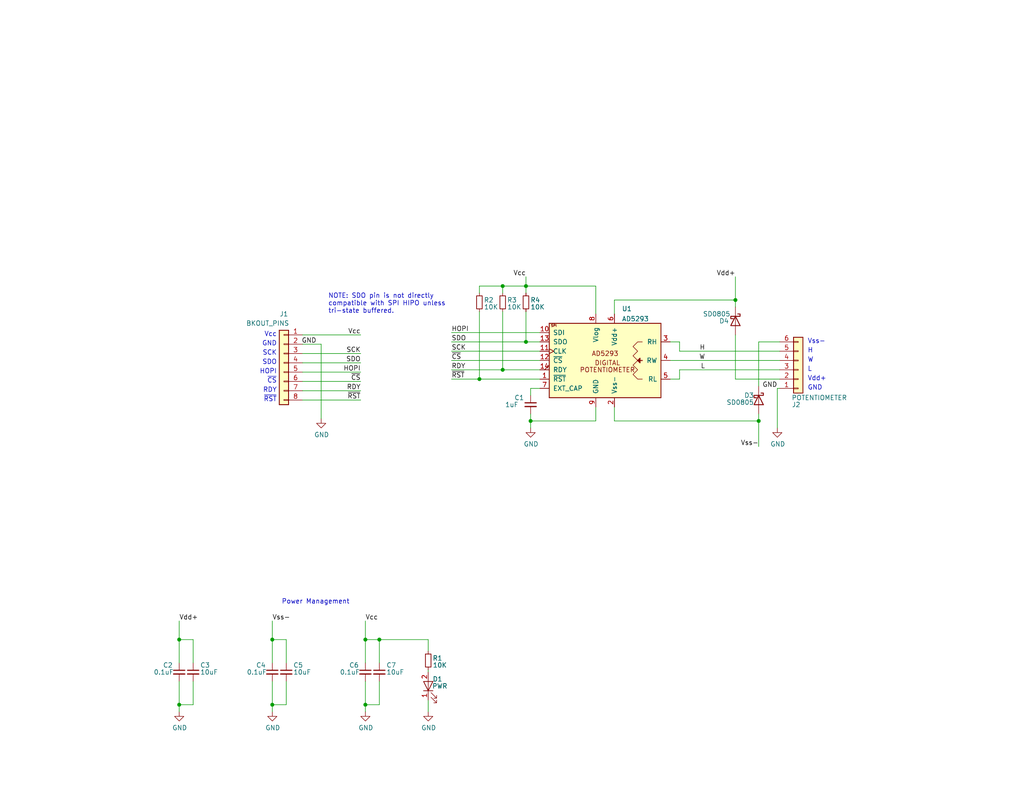
<source format=kicad_sch>
(kicad_sch (version 20211123) (generator eeschema)
  (paper "USLetter")
  (title_block (title "AD5293_breakout") (date "2023-03-25") (rev "2.0.1") (company "Cedar Grove Studios"))
  (lib_symbols
    (symbol "Connector_Generic:Conn_01x06" (pin_names (offset 1.016) hide)
      (property "Reference" "J" (at 0 7.62 0))
      (property "Value" "Conn_01x06" (at 0 -10.16 0))
      (symbol "Conn_01x06_1_1"
        (rectangle (start -1.27 -7.493) (end 0 -7.747) (stroke (width 0.1524)))
        (rectangle (start -1.27 -4.953) (end 0 -5.207) (stroke (width 0.1524)))
        (rectangle (start -1.27 -2.413) (end 0 -2.667) (stroke (width 0.1524)))
        (rectangle (start -1.27 0.127) (end 0 -0.127) (stroke (width 0.1524)))
        (rectangle (start -1.27 2.667) (end 0 2.413) (stroke (width 0.1524)))
        (rectangle (start -1.27 5.207) (end 0 4.953) (stroke (width 0.1524)))
        (rectangle (start -1.27 6.35) (end 1.27 -8.89) (stroke (width 0.254)) (fill (type background)))
        (pin passive line (at -5.08 5.08 0) (length 3.81) (name "Pin_1") (number "1"))
        (pin passive line (at -5.08 2.54 0) (length 3.81) (name "Pin_2") (number "2"))
        (pin passive line (at -5.08 0 0) (length 3.81) (name "Pin_3") (number "3"))
        (pin passive line (at -5.08 -2.54 0) (length 3.81) (name "Pin_4") (number "4"))
        (pin passive line (at -5.08 -5.08 0) (length 3.81) (name "Pin_5") (number "5"))
        (pin passive line (at -5.08 -7.62 0) (length 3.81) (name "Pin_6") (number "6"))
      )
    )
    (symbol "Connector_Generic:Conn_01x08" (pin_names (offset 1.016) hide)
      (property "Reference" "J" (at 0 10.16 0))
      (property "Value" "Conn_01x08" (at 0 -12.7 0))
      (symbol "Conn_01x08_1_1"
        (rectangle (start -1.27 -10.033) (end 0 -10.287) (stroke (width 0.1524)))
        (rectangle (start -1.27 -7.493) (end 0 -7.747) (stroke (width 0.1524)))
        (rectangle (start -1.27 -4.953) (end 0 -5.207) (stroke (width 0.1524)))
        (rectangle (start -1.27 -2.413) (end 0 -2.667) (stroke (width 0.1524)))
        (rectangle (start -1.27 0.127) (end 0 -0.127) (stroke (width 0.1524)))
        (rectangle (start -1.27 2.667) (end 0 2.413) (stroke (width 0.1524)))
        (rectangle (start -1.27 5.207) (end 0 4.953) (stroke (width 0.1524)))
        (rectangle (start -1.27 7.747) (end 0 7.493) (stroke (width 0.1524)))
        (rectangle (start -1.27 8.89) (end 1.27 -11.43) (stroke (width 0.254)) (fill (type background)))
        (pin passive line (at -5.08 7.62 0) (length 3.81) (name "Pin_1") (number "1"))
        (pin passive line (at -5.08 5.08 0) (length 3.81) (name "Pin_2") (number "2"))
        (pin passive line (at -5.08 2.54 0) (length 3.81) (name "Pin_3") (number "3"))
        (pin passive line (at -5.08 0 0) (length 3.81) (name "Pin_4") (number "4"))
        (pin passive line (at -5.08 -2.54 0) (length 3.81) (name "Pin_5") (number "5"))
        (pin passive line (at -5.08 -5.08 0) (length 3.81) (name "Pin_6") (number "6"))
        (pin passive line (at -5.08 -7.62 0) (length 3.81) (name "Pin_7") (number "7"))
        (pin passive line (at -5.08 -10.16 0) (length 3.81) (name "Pin_8") (number "8"))
      )
    )
    (symbol "Device:C_Small" (pin_numbers hide) (pin_names (offset 0.254) hide)
      (property "Reference" "C" (at 0.254 1.778 0))
      (property "Value" "C_Small" (at 0.254 -2.032 0))
      (symbol "C_Small_0_1"
        (polyline (pts (xy -1.524 -0.508) (xy 1.524 -0.508)) (stroke (width 0.3302)))
        (polyline (pts (xy -1.524 0.508) (xy 1.524 0.508)) (stroke (width 0.3048)))
      )
      (symbol "C_Small_1_1"
        (pin passive line (at 0 2.54 270) (length 2.032) (name "~") (number "1"))
        (pin passive line (at 0 -2.54 90) (length 2.032) (name "~") (number "2"))
      )
    )
    (symbol "Device:D_Schottky" (pin_numbers hide) (pin_names (offset 1.016) hide)
      (property "Reference" "D" (at 0 2.54 0))
      (property "Value" "D_Schottky" (at 0 -2.54 0))
      (symbol "D_Schottky_0_1"
        (polyline (pts (xy 1.27 0) (xy -1.27 0)))
        (polyline (pts (xy 1.27 1.27) (xy 1.27 -1.27) (xy -1.27 0) (xy 1.27 1.27)) (stroke (width 0.254)))
        (polyline (pts (xy -1.905 0.635) (xy -1.905 1.27) (xy -1.27 1.27) (xy -1.27 -1.27) (xy -0.635 -1.27) (xy -0.635 -0.635)) (stroke (width 0.254)))
      )
      (symbol "D_Schottky_1_1"
        (pin passive line (at -3.81 0 0) (length 2.54) (name "K") (number "1"))
        (pin passive line (at 3.81 0 180) (length 2.54) (name "A") (number "2"))
      )
    )
    (symbol "Potentiometer_Digital:AD5293" (pin_names (offset 1.016))
      (property "Reference" "U" (at -14.986 11.43 0))
      (property "Value" "AD5293" (at 7.874 11.43 0))
      (symbol "AD5293_0_0"
        (text "AD5293" (at 0 1.905 0) (effects (font (size 1.27 1.27))))
        (text "DIGITAL" (at 0.635 -0.635 0) (effects (font (size 1.27 1.27))))
        (text "POTENTIOMETER" (at 0.635 -2.54 0) (effects (font (size 1.27 1.27))))
        (text "SPI" (at -13.97 9.525 0) (effects (font (size 0.635 0.635))))
      )
      (symbol "AD5293_0_1"
        (rectangle (start -15.24 10.16) (end 15.24 -10.16) (stroke (width 0.254)) (fill (type background)))
        (polyline (pts (xy 9.525 0) (xy 10.16 0)) (stroke (width 0.254)))
        (polyline (pts (xy 8.89 0) (xy 9.525 0.635) (xy 9.525 -0.635) (xy 8.89 0)) (stroke (width 0.254)) (fill (type outline)))
        (polyline (pts (xy 10.16 5.08) (xy 8.89 5.08) (xy 7.62 3.81) (xy 8.89 2.54) (xy 7.62 1.27) (xy 8.89 0) (xy 7.62 -1.27) (xy 8.89 -2.54) (xy 7.62 -3.81) (xy 8.89 -5.08) (xy 10.16 -5.08) (xy 10.16 -5.08) (xy 10.16 -5.08)))
      )
      (symbol "AD5293_1_1"
        (pin input line (at -17.78 -5.08 0) (length 2.54) (name "~{RST}") (number "1"))
        (pin input line (at -17.78 7.62 0) (length 2.54) (name "SDI") (number "10"))
        (pin input clock (at -17.78 2.54 0) (length 2.54) (name "CLK") (number "11"))
        (pin input line (at -17.78 0 0) (length 2.54) (name "~{CS}") (number "12"))
        (pin output line (at -17.78 5.08 0) (length 2.54) (name "SDO") (number "13"))
        (pin open_collector output_low (at -17.78 -2.54 0) (length 2.54) (name "RDY") (number "14"))
        (pin power_in line (at 2.54 -12.7 90) (length 2.54) (name "Vss-") (number "2"))
        (pin passive line (at 17.78 5.08 180) (length 2.54) (name "RH") (number "3"))
        (pin passive line (at 17.78 0 180) (length 2.54) (name "RW") (number "4"))
        (pin passive line (at 17.78 -5.08 180) (length 2.54) (name "RL") (number "5"))
        (pin power_in line (at 2.54 12.7 270) (length 2.54) (name "Vdd+") (number "6"))
        (pin passive line (at -17.78 -7.62 0) (length 2.54) (name "EXT_CAP") (number "7"))
        (pin power_in line (at -2.54 12.7 270) (length 2.54) (name "Vlog") (number "8"))
        (pin power_in line (at -2.54 -12.7 90) (length 2.54) (name "GND") (number "9"))
      )
    )
    (symbol "breakout-rescue:LED-device" (pin_names (offset 1.016) hide)
      (property "Reference" "D" (at 0 2.54 0))
      (property "Value" "LED-device" (at 0 -2.54 0))
      (symbol "LED-device_0_1"
        (polyline (pts (xy -1.27 -1.27) (xy -1.27 1.27)) (stroke (width 0.2032)))
        (polyline (pts (xy -1.27 0) (xy 1.27 0)))
        (polyline (pts (xy 1.27 -1.27) (xy 1.27 1.27) (xy -1.27 0) (xy 1.27 -1.27)) (stroke (width 0.2032)))
        (polyline (pts (xy -3.048 -0.762) (xy -4.572 -2.286) (xy -3.81 -2.286) (xy -4.572 -2.286) (xy -4.572 -1.524)))
        (polyline (pts (xy -1.778 -0.762) (xy -3.302 -2.286) (xy -2.54 -2.286) (xy -3.302 -2.286) (xy -3.302 -1.524)))
      )
      (symbol "LED-device_1_1"
        (pin passive line (at -3.81 0 0) (length 2.54) (name "K") (number "1"))
        (pin passive line (at 3.81 0 180) (length 2.54) (name "A") (number "2"))
      )
    )
    (symbol "breakout-rescue:R_Small-device" (pin_numbers hide) (pin_names (offset 0.254) hide)
      (property "Reference" "R" (at 0.762 0.508 0))
      (property "Value" "R_Small-device" (at 0.762 -1.016 0))
      (symbol "R_Small-device_0_1"
        (rectangle (start -0.762 1.778) (end 0.762 -1.778) (stroke (width 0.2032)))
      )
      (symbol "R_Small-device_1_1"
        (pin passive line (at 0 2.54 270) (length 0.762) (name "~") (number "1"))
        (pin passive line (at 0 -2.54 90) (length 0.762) (name "~") (number "2"))
      )
    )
    (symbol "power:GND" (power) (pin_names (offset 0))
      (property "Value" "GND" (at 0 -3.81 0))
      (symbol "GND_0_1"
        (polyline (pts (xy 0 0) (xy 0 -1.27) (xy 1.27 -1.27) (xy 0 -2.54) (xy -1.27 -1.27) (xy 0 -1.27)))
      )
      (symbol "GND_1_1"
        (pin power_in line (at 0 0 270) (length 0) hide (name "GND") (number "1"))
      )
    )
  )
  (junction (at 137.16 78.105))
  (junction (at 144.78 114.935))
  (junction (at 103.505 174.625))
  (junction (at 130.81 103.505))
  (junction (at 99.695 192.405))
  (junction (at 200.66 81.915))
  (junction (at 137.16 100.965))
  (junction (at 74.295 192.405))
  (junction (at 48.895 174.625))
  (junction (at 143.51 78.105))
  (junction (at 74.295 174.625))
  (junction (at 99.695 174.625))
  (junction (at 48.895 192.405))
  (junction (at 143.51 93.345))
  (junction (at 207.01 114.935))
  (wire (pts (xy 123.19 90.805) (xy 147.32 90.805)))
  (wire (pts (xy 137.16 78.105) (xy 143.51 78.105)))
  (wire (pts (xy 74.295 186.055) (xy 74.295 192.405)))
  (wire (pts (xy 48.895 186.055) (xy 48.895 192.405)))
  (wire (pts (xy 143.51 75.565) (xy 143.51 78.105)))
  (wire (pts (xy 200.66 75.565) (xy 200.66 81.915)))
  (wire (pts (xy 167.64 81.915) (xy 167.64 85.725)))
  (wire (pts (xy 212.725 106.045) (xy 212.09 106.045)))
  (wire (pts (xy 103.505 174.625) (xy 103.505 180.975)))
  (wire (pts (xy 162.56 111.125) (xy 162.56 114.935)))
  (wire (pts (xy 99.695 192.405) (xy 99.695 194.31)))
  (wire (pts (xy 143.51 78.105) (xy 143.51 80.01)))
  (wire (pts (xy 78.105 174.625) (xy 78.105 180.975)))
  (wire (pts (xy 48.895 192.405) (xy 48.895 194.31)))
  (wire (pts (xy 185.42 103.505) (xy 182.88 103.505)))
  (wire (pts (xy 48.895 169.545) (xy 48.895 174.625)))
  (wire (pts (xy 162.56 78.105) (xy 162.56 85.725)))
  (wire (pts (xy 99.695 169.545) (xy 99.695 174.625)))
  (wire (pts (xy 82.55 106.68) (xy 98.425 106.68)))
  (wire (pts (xy 207.01 114.935) (xy 207.01 121.92)))
  (wire (pts (xy 48.895 192.405) (xy 52.705 192.405)))
  (wire (pts (xy 116.84 174.625) (xy 116.84 177.8)))
  (wire (pts (xy 200.66 103.505) (xy 200.66 91.44)))
  (wire (pts (xy 123.19 93.345) (xy 143.51 93.345)))
  (wire (pts (xy 116.84 182.88) (xy 116.84 183.515)))
  (wire (pts (xy 207.01 105.41) (xy 207.01 93.345)))
  (wire (pts (xy 74.295 180.975) (xy 74.295 174.625)))
  (wire (pts (xy 167.64 111.125) (xy 167.64 114.935)))
  (wire (pts (xy 185.42 100.965) (xy 185.42 103.505)))
  (wire (pts (xy 185.42 93.345) (xy 185.42 95.885)))
  (wire (pts (xy 82.55 109.22) (xy 98.425 109.22)))
  (wire (pts (xy 87.63 93.98) (xy 82.55 93.98)))
  (wire (pts (xy 48.895 174.625) (xy 52.705 174.625)))
  (wire (pts (xy 207.01 113.03) (xy 207.01 114.935)))
  (wire (pts (xy 74.295 174.625) (xy 78.105 174.625)))
  (wire (pts (xy 182.88 93.345) (xy 185.42 93.345)))
  (wire (pts (xy 130.81 80.01) (xy 130.81 78.105)))
  (wire (pts (xy 82.55 104.14) (xy 98.425 104.14)))
  (wire (pts (xy 212.725 103.505) (xy 200.66 103.505)))
  (wire (pts (xy 144.78 107.95) (xy 144.78 106.045)))
  (wire (pts (xy 185.42 100.965) (xy 212.725 100.965)))
  (wire (pts (xy 123.19 100.965) (xy 137.16 100.965)))
  (wire (pts (xy 144.78 114.935) (xy 162.56 114.935)))
  (wire (pts (xy 144.78 114.935) (xy 144.78 116.84)))
  (wire (pts (xy 207.01 93.345) (xy 212.725 93.345)))
  (wire (pts (xy 99.695 186.055) (xy 99.695 192.405)))
  (wire (pts (xy 87.63 93.98) (xy 87.63 114.3)))
  (wire (pts (xy 99.695 180.975) (xy 99.695 174.625)))
  (wire (pts (xy 123.19 103.505) (xy 130.81 103.505)))
  (wire (pts (xy 144.78 113.03) (xy 144.78 114.935)))
  (wire (pts (xy 182.88 98.425) (xy 212.725 98.425)))
  (wire (pts (xy 144.78 106.045) (xy 147.32 106.045)))
  (wire (pts (xy 82.55 96.52) (xy 98.425 96.52)))
  (wire (pts (xy 123.19 98.425) (xy 147.32 98.425)))
  (wire (pts (xy 78.105 186.055) (xy 78.105 192.405)))
  (wire (pts (xy 48.895 180.975) (xy 48.895 174.625)))
  (wire (pts (xy 123.19 95.885) (xy 147.32 95.885)))
  (wire (pts (xy 185.42 95.885) (xy 212.725 95.885)))
  (wire (pts (xy 99.695 174.625) (xy 103.505 174.625)))
  (wire (pts (xy 143.51 93.345) (xy 147.32 93.345)))
  (wire (pts (xy 143.51 85.09) (xy 143.51 93.345)))
  (wire (pts (xy 130.81 103.505) (xy 147.32 103.505)))
  (wire (pts (xy 74.295 192.405) (xy 78.105 192.405)))
  (wire (pts (xy 137.16 85.09) (xy 137.16 100.965)))
  (wire (pts (xy 99.695 192.405) (xy 103.505 192.405)))
  (wire (pts (xy 137.16 78.105) (xy 137.16 80.01)))
  (wire (pts (xy 103.505 174.625) (xy 116.84 174.625)))
  (wire (pts (xy 130.81 78.105) (xy 137.16 78.105)))
  (wire (pts (xy 74.295 169.545) (xy 74.295 174.625)))
  (wire (pts (xy 143.51 78.105) (xy 162.56 78.105)))
  (wire (pts (xy 82.55 99.06) (xy 98.425 99.06)))
  (wire (pts (xy 130.81 85.09) (xy 130.81 103.505)))
  (wire (pts (xy 74.295 192.405) (xy 74.295 194.31)))
  (wire (pts (xy 52.705 174.625) (xy 52.705 180.975)))
  (wire (pts (xy 82.55 101.6) (xy 98.425 101.6)))
  (wire (pts (xy 167.64 114.935) (xy 207.01 114.935)))
  (wire (pts (xy 52.705 186.055) (xy 52.705 192.405)))
  (wire (pts (xy 82.55 91.44) (xy 98.425 91.44)))
  (wire (pts (xy 116.84 191.135) (xy 116.84 194.31)))
  (wire (pts (xy 212.09 106.045) (xy 212.09 116.84)))
  (wire (pts (xy 200.66 81.915) (xy 200.66 83.82)))
  (wire (pts (xy 137.16 100.965) (xy 147.32 100.965)))
  (wire (pts (xy 103.505 192.405) (xy 103.505 186.055)))
  (wire (pts (xy 167.64 81.915) (xy 200.66 81.915)))
  (text "Vss-" (at 220.345 93.98 0) (effects (font (size 1.27 1.27)) (justify left bottom)))
  (text "Vcc" (at 75.565 92.075 180) (effects (font (size 1.27 1.27)) (justify right bottom)))
  (text "RDY" (at 75.565 107.315 180) (effects (font (size 1.27 1.27)) (justify right bottom)))
  (text "SCK" (at 75.565 97.155 180) (effects (font (size 1.27 1.27)) (justify right bottom)))
  (text "~{CS}" (at 75.565 104.775 180) (effects (font (size 1.27 1.27)) (justify right bottom)))
  (text "Vdd+" (at 220.345 104.14 0) (effects (font (size 1.27 1.27)) (justify left bottom)))
  (text "GND" (at 220.345 106.68 0) (effects (font (size 1.27 1.27)) (justify left bottom)))
  (text "W" (at 220.345 99.06 0) (effects (font (size 1.27 1.27)) (justify left bottom)))
  (text "Power Management" (at 76.835 165.1 0) (effects (font (size 1.27 1.27)) (justify left bottom)))
  (text "HOPI" (at 75.565 102.235 180) (effects (font (size 1.27 1.27)) (justify right bottom)))
  (text "GND" (at 75.565 94.615 180) (effects (font (size 1.27 1.27)) (justify right bottom)))
  (text "~{RST}" (at 75.565 109.855 180) (effects (font (size 1.27 1.27)) (justify right bottom)))
  (text "SDO" (at 75.565 99.695 180) (effects (font (size 1.27 1.27)) (justify right bottom)))
  (text "H" (at 220.345 96.52 0) (effects (font (size 1.27 1.27)) (justify left bottom)))
  (text "L" (at 220.345 101.6 0) (effects (font (size 1.27 1.27)) (justify left bottom)))
  (text "NOTE: SDO pin is not directly\ncompatible with SPI HIPO unless\ntri-state buffered." (at 89.535 85.725 0) (effects (font (size 1.27 1.27)) (justify left bottom)))
  (label "W" (at 192.405 98.425 180))
  (label "GND" (at 212.09 106.045 180))
  (label "Vcc" (at 143.51 75.565 180))
  (label "GND" (at 86.36 93.98 180))
  (label "Vcc" (at 99.695 169.545 0))
  (label "~{CS}" (at 98.425 104.14 180))
  (label "RDY" (at 98.425 106.68 180))
  (label "~{RST}" (at 98.425 109.22 180))
  (label "SDO" (at 98.425 99.06 180))
  (label "SCK" (at 98.425 96.52 180))
  (label "Vcc" (at 98.425 91.44 180))
  (label "Vss-" (at 207.01 121.92 180))
  (label "~{CS}" (at 123.19 98.425 0))
  (label "Vdd+" (at 200.66 75.565 180))
  (label "Vdd+" (at 48.895 169.545 0))
  (label "RDY" (at 123.19 100.965 0))
  (label "SDO" (at 123.19 93.345 0))
  (label "HOPI" (at 123.19 90.805 0))
  (label "H" (at 192.405 95.885 180))
  (label "SCK" (at 123.19 95.885 0))
  (label "L" (at 192.405 100.965 180))
  (label "HOPI" (at 98.425 101.6 180))
  (label "Vss-" (at 74.295 169.545 0))
  (label "~{RST}" (at 123.19 103.505 0))
  (symbol (lib_id "power:GND") (at 99.695 194.31 0) (unit 1)
    (property "Reference" "#PWR06" (effects hide))
    (property "Value" "GND" (at 99.822 198.7042 0))
  )
  (symbol (lib_id "Device:C_Small") (at 99.695 183.515 0) (unit 1)
    (property "Reference" "C6" (at 95.25 181.61 0) (effects (justify left)))
    (property "Value" "0.1uF" (at 92.71 183.515 0) (effects (justify left)))
    (property "Footprint" "Capacitor_SMD:C_0805_2012Metric" (effects hide))
  )
  (symbol (lib_id "Connector_Generic:Conn_01x06") (at 217.805 100.965 0) (mirror x) (unit 1)
    (property "Reference" "J2" (at 218.44 110.49 0) (effects (justify right)))
    (property "Value" "POTENTIOMETER" (at 231.14 108.585 0) (effects (justify right)))
    (property "Footprint" "Connector_PinSocket_2.54mm:PinSocket_1x06_P2.54mm_Vertical" (effects hide))
  )
  (symbol (lib_id "breakout-rescue:LED-device") (at 116.84 187.325 90) (unit 1)
    (property "Reference" "D1" (at 119.38 185.42 90))
    (property "Value" "PWR" (at 120.015 187.325 90))
    (property "Footprint" "LED_SMD:LED_0805_2012Metric" (effects hide))
  )
  (symbol (lib_id "breakout-rescue:R_Small-device") (at 116.84 180.34 0) (unit 1)
    (property "Reference" "R1" (at 119.38 179.705 0))
    (property "Value" "10K" (at 120.015 181.61 0))
    (property "Footprint" "Resistor_SMD:R_0805_2012Metric" (effects hide))
  )
  (symbol (lib_id "power:GND") (at 144.78 116.84 0) (unit 1)
    (property "Reference" "#PWR03" (effects hide))
    (property "Value" "GND" (at 144.907 121.2342 0))
  )
  (symbol (lib_id "power:GND") (at 48.895 194.31 0) (unit 1)
    (property "Reference" "#PWR04" (effects hide))
    (property "Value" "GND" (at 49.022 198.7042 0))
  )
  (symbol (lib_id "Device:D_Schottky") (at 200.66 87.63 270) (unit 1)
    (property "Reference" "D4" (at 196.215 87.63 90) (effects (justify left)))
    (property "Value" "SD0805" (at 191.77 85.725 90) (effects (justify left)))
    (property "Footprint" "Diode_SMD:D_0805_2012Metric" (effects hide))
  )
  (symbol (lib_id "breakout-rescue:R_Small-device") (at 143.51 82.55 0) (unit 1)
    (property "Reference" "R4" (at 146.05 81.915 0))
    (property "Value" "10K" (at 146.685 83.82 0))
    (property "Footprint" "Resistor_SMD:R_0805_2012Metric" (effects hide))
  )
  (symbol (lib_id "Device:C_Small") (at 52.705 183.515 0) (unit 1)
    (property "Reference" "C3" (at 54.61 181.61 0) (effects (justify left)))
    (property "Value" "10uF" (at 54.61 183.515 0) (effects (justify left)))
    (property "Footprint" "Capacitor_SMD:C_0805_2012Metric" (effects hide))
  )
  (symbol (lib_id "Device:D_Schottky") (at 207.01 109.22 270) (unit 1)
    (property "Reference" "D3" (at 205.74 107.95 90) (effects (justify right)))
    (property "Value" "SD0805" (at 205.74 109.855 90) (effects (justify right)))
    (property "Footprint" "Diode_SMD:D_0805_2012Metric" (effects hide))
  )
  (symbol (lib_id "Device:C_Small") (at 48.895 183.515 0) (unit 1)
    (property "Reference" "C2" (at 44.45 181.61 0) (effects (justify left)))
    (property "Value" "0.1uF" (at 41.91 183.515 0) (effects (justify left)))
    (property "Footprint" "Capacitor_SMD:C_0805_2012Metric" (effects hide))
  )
  (symbol (lib_id "Device:C_Small") (at 103.505 183.515 0) (unit 1)
    (property "Reference" "C7" (at 105.41 181.61 0) (effects (justify left)))
    (property "Value" "10uF" (at 105.41 183.515 0) (effects (justify left)))
    (property "Footprint" "Capacitor_SMD:C_0805_2012Metric" (effects hide))
  )
  (symbol (lib_id "Device:C_Small") (at 144.78 110.49 0) (unit 1)
    (property "Reference" "C1" (at 140.335 108.585 0) (effects (justify left)))
    (property "Value" "1uF" (at 137.795 110.49 0) (effects (justify left)))
    (property "Footprint" "Capacitor_SMD:C_0805_2012Metric" (effects hide))
  )
  (symbol (lib_id "Connector_Generic:Conn_01x08") (at 77.47 99.06 0) (mirror y) (unit 1)
    (property "Reference" "J1" (at 77.47 85.725 0))
    (property "Value" "BKOUT_PINS" (at 73.025 88.265 0))
    (property "Footprint" "Connector_PinSocket_2.54mm:PinSocket_1x08_P2.54mm_Vertical" (effects hide))
  )
  (symbol (lib_id "power:GND") (at 212.09 116.84 0) (unit 1)
    (property "Reference" "#PWR0101" (effects hide))
    (property "Value" "GND" (at 212.217 121.2342 0))
  )
  (symbol (lib_id "power:GND") (at 116.84 194.31 0) (unit 1)
    (property "Reference" "#PWR07" (effects hide))
    (property "Value" "GND" (at 116.967 198.7042 0))
  )
  (symbol (lib_id "breakout-rescue:R_Small-device") (at 130.81 82.55 0) (unit 1)
    (property "Reference" "R2" (at 133.35 81.915 0))
    (property "Value" "10K" (at 133.985 83.82 0))
    (property "Footprint" "Resistor_SMD:R_0805_2012Metric" (effects hide))
  )
  (symbol (lib_id "power:GND") (at 87.63 114.3 0) (unit 1)
    (property "Reference" "#PWR02" (effects hide))
    (property "Value" "GND" (at 87.757 118.6942 0))
  )
  (symbol (lib_id "Device:C_Small") (at 74.295 183.515 0) (unit 1)
    (property "Reference" "C4" (at 69.85 181.61 0) (effects (justify left)))
    (property "Value" "0.1uF" (at 67.31 183.515 0) (effects (justify left)))
    (property "Footprint" "Capacitor_SMD:C_0805_2012Metric" (effects hide))
  )
  (symbol (lib_id "power:GND") (at 74.295 194.31 0) (unit 1)
    (property "Reference" "#PWR05" (effects hide))
    (property "Value" "GND" (at 74.422 198.7042 0))
  )
  (symbol (lib_id "Device:C_Small") (at 78.105 183.515 0) (unit 1)
    (property "Reference" "C5" (at 80.01 181.61 0) (effects (justify left)))
    (property "Value" "10uF" (at 80.01 183.515 0) (effects (justify left)))
    (property "Footprint" "Capacitor_SMD:C_0805_2012Metric" (effects hide))
  )
  (symbol (lib_id "breakout-rescue:R_Small-device") (at 137.16 82.55 0) (unit 1)
    (property "Reference" "R3" (at 139.7 81.915 0))
    (property "Value" "10K" (at 140.335 83.82 0))
    (property "Footprint" "Resistor_SMD:R_0805_2012Metric" (effects hide))
  )
  (symbol (lib_id "Potentiometer_Digital:AD5293") (at 165.1 98.425 0) (unit 1)
    (property "Reference" "U1" (at 169.6594 84.2985 0) (effects (justify left)))
    (property "Value" "AD5293" (at 169.6594 87.0736 0) (effects (justify left)))
    (property "Footprint" "Package_SO:TSSOP-14_4.4x5mm_P0.65mm" (effects hide))
    (property "Datasheet" "https://www.analog.com/media/en/technical-documentation/data-sheets/AD5293.pdf" (effects hide))
  )
)
</source>
